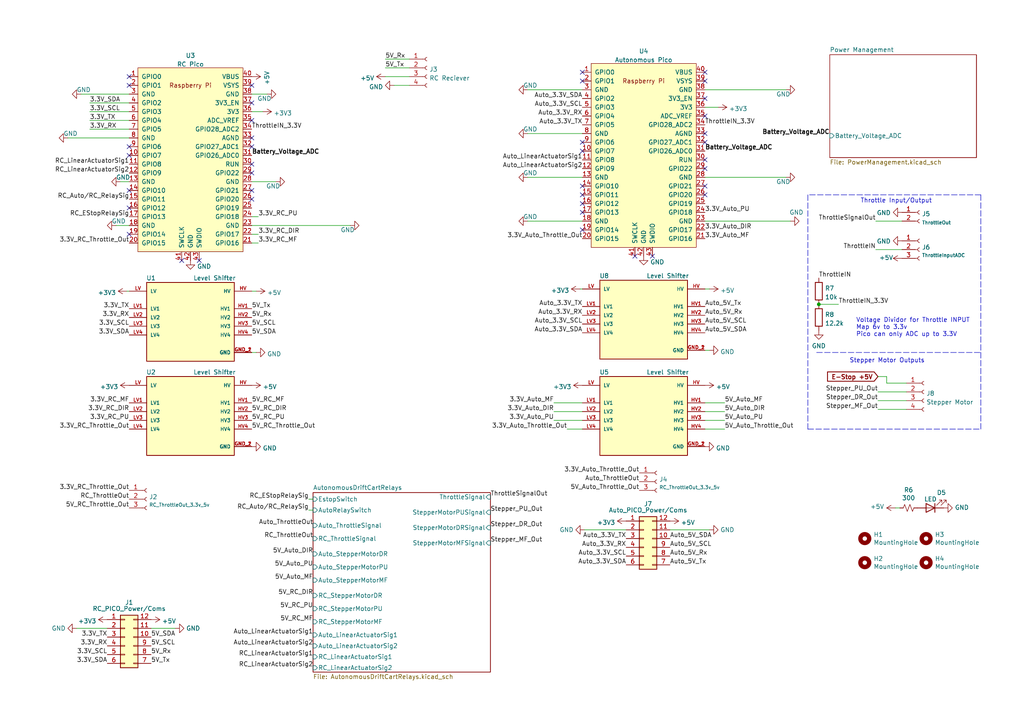
<source format=kicad_sch>
(kicad_sch (version 20211123) (generator eeschema)
  (paper "A4")
  (title_block (title "Dylanduino ATmega328P Linear Actuator Controller") (date "2022-05-30"))
  (lib_symbols
    (symbol "BOB-12009:BOB-12009" (pin_names (offset 1.016))
      (property "Reference" "U" (at -12.7 11.43 0))
      (property "Value" "BOB-12009" (at -12.7 -15.24 0))
      (symbol "BOB-12009_0_0"
        (rectangle (start -12.7 -12.7) (end 12.7 10.16) (stroke (width 0.254)) (fill (type background)))
        (pin power_in line (at 17.78 -10.16 180) (length 5.08) (name "GND") (number "GND_1"))
        (pin power_in line (at 17.78 -10.16 180) (length 5.08) (name "GND") (number "GND_2"))
        (pin bidirectional line (at 17.78 7.62 180) (length 5.08) (name "HV") (number "HV"))
        (pin bidirectional line (at 17.78 2.54 180) (length 5.08) (name "HV1") (number "HV1"))
        (pin bidirectional line (at 17.78 0 180) (length 5.08) (name "HV2") (number "HV2"))
        (pin bidirectional line (at 17.78 -2.54 180) (length 5.08) (name "HV3") (number "HV3"))
        (pin bidirectional line (at 17.78 -5.08 180) (length 5.08) (name "HV4") (number "HV4"))
        (pin bidirectional line (at -17.78 7.62 0) (length 5.08) (name "LV") (number "LV"))
        (pin bidirectional line (at -17.78 2.54 0) (length 5.08) (name "LV1") (number "LV1"))
        (pin bidirectional line (at -17.78 0 0) (length 5.08) (name "LV2") (number "LV2"))
        (pin bidirectional line (at -17.78 -2.54 0) (length 5.08) (name "LV3") (number "LV3"))
        (pin bidirectional line (at -17.78 -5.08 0) (length 5.08) (name "LV4") (number "LV4"))
      )
    )
    (symbol "Connector:Conn_01x02_Female" (pin_names (offset 1.016) hide)
      (property "Reference" "J" (at 0 2.54 0))
      (property "Value" "Conn_01x02_Female" (at 0 -5.08 0))
      (symbol "Conn_01x02_Female_1_1"
        (arc (start 0 -2.032) (mid -0.508 -2.54) (end 0 -3.048) (stroke (width 0.1524)))
        (polyline (pts (xy -1.27 -2.54) (xy -0.508 -2.54)) (stroke (width 0.1524)))
        (polyline (pts (xy -1.27 0) (xy -0.508 0)) (stroke (width 0.1524)))
        (arc (start 0 0.508) (mid -0.508 0) (end 0 -0.508) (stroke (width 0.1524)))
        (pin passive line (at -5.08 0 0) (length 3.81) (name "Pin_1") (number "1"))
        (pin passive line (at -5.08 -2.54 0) (length 3.81) (name "Pin_2") (number "2"))
      )
    )
    (symbol "Connector:Conn_01x03_Female" (pin_names (offset 1.016) hide)
      (property "Reference" "J" (at 0 5.08 0))
      (property "Value" "Conn_01x03_Female" (at 0 -5.08 0))
      (symbol "Conn_01x03_Female_1_1"
        (arc (start 0 -2.032) (mid -0.508 -2.54) (end 0 -3.048) (stroke (width 0.1524)))
        (polyline (pts (xy -1.27 -2.54) (xy -0.508 -2.54)) (stroke (width 0.1524)))
        (polyline (pts (xy -1.27 0) (xy -0.508 0)) (stroke (width 0.1524)))
        (polyline (pts (xy -1.27 2.54) (xy -0.508 2.54)) (stroke (width 0.1524)))
        (arc (start 0 0.508) (mid -0.508 0) (end 0 -0.508) (stroke (width 0.1524)))
        (arc (start 0 3.048) (mid -0.508 2.54) (end 0 2.032) (stroke (width 0.1524)))
        (pin passive line (at -5.08 2.54 0) (length 3.81) (name "Pin_1") (number "1"))
        (pin passive line (at -5.08 0 0) (length 3.81) (name "Pin_2") (number "2"))
        (pin passive line (at -5.08 -2.54 0) (length 3.81) (name "Pin_3") (number "3"))
      )
    )
    (symbol "Connector:Conn_01x04_Female" (pin_names (offset 1.016) hide)
      (property "Reference" "J" (at 0 5.08 0))
      (property "Value" "Conn_01x04_Female" (at 0 -7.62 0))
      (symbol "Conn_01x04_Female_1_1"
        (arc (start 0 -4.572) (mid -0.508 -5.08) (end 0 -5.588) (stroke (width 0.1524)))
        (arc (start 0 -2.032) (mid -0.508 -2.54) (end 0 -3.048) (stroke (width 0.1524)))
        (polyline (pts (xy -1.27 -5.08) (xy -0.508 -5.08)) (stroke (width 0.1524)))
        (polyline (pts (xy -1.27 -2.54) (xy -0.508 -2.54)) (stroke (width 0.1524)))
        (polyline (pts (xy -1.27 0) (xy -0.508 0)) (stroke (width 0.1524)))
        (polyline (pts (xy -1.27 2.54) (xy -0.508 2.54)) (stroke (width 0.1524)))
        (arc (start 0 0.508) (mid -0.508 0) (end 0 -0.508) (stroke (width 0.1524)))
        (arc (start 0 3.048) (mid -0.508 2.54) (end 0 2.032) (stroke (width 0.1524)))
        (pin passive line (at -5.08 2.54 0) (length 3.81) (name "Pin_1") (number "1"))
        (pin passive line (at -5.08 0 0) (length 3.81) (name "Pin_2") (number "2"))
        (pin passive line (at -5.08 -2.54 0) (length 3.81) (name "Pin_3") (number "3"))
        (pin passive line (at -5.08 -5.08 0) (length 3.81) (name "Pin_4") (number "4"))
      )
    )
    (symbol "Connector_Generic:Conn_02x06_Counter_Clockwise" (pin_names (offset 1.016) hide)
      (property "Reference" "J" (at 1.27 7.62 0))
      (property "Value" "Conn_02x06_Counter_Clockwise" (at 1.27 -10.16 0))
      (symbol "Conn_02x06_Counter_Clockwise_1_1"
        (rectangle (start -1.27 -7.493) (end 0 -7.747) (stroke (width 0.1524)))
        (rectangle (start -1.27 -4.953) (end 0 -5.207) (stroke (width 0.1524)))
        (rectangle (start -1.27 -2.413) (end 0 -2.667) (stroke (width 0.1524)))
        (rectangle (start -1.27 0.127) (end 0 -0.127) (stroke (width 0.1524)))
        (rectangle (start -1.27 2.667) (end 0 2.413) (stroke (width 0.1524)))
        (rectangle (start -1.27 5.207) (end 0 4.953) (stroke (width 0.1524)))
        (rectangle (start -1.27 6.35) (end 3.81 -8.89) (stroke (width 0.254)) (fill (type background)))
        (rectangle (start 3.81 -7.493) (end 2.54 -7.747) (stroke (width 0.1524)))
        (rectangle (start 3.81 -4.953) (end 2.54 -5.207) (stroke (width 0.1524)))
        (rectangle (start 3.81 -2.413) (end 2.54 -2.667) (stroke (width 0.1524)))
        (rectangle (start 3.81 0.127) (end 2.54 -0.127) (stroke (width 0.1524)))
        (rectangle (start 3.81 2.667) (end 2.54 2.413) (stroke (width 0.1524)))
        (rectangle (start 3.81 5.207) (end 2.54 4.953) (stroke (width 0.1524)))
        (pin passive line (at -5.08 5.08 0) (length 3.81) (name "Pin_1") (number "1"))
        (pin passive line (at 7.62 0 180) (length 3.81) (name "Pin_10") (number "10"))
        (pin passive line (at 7.62 2.54 180) (length 3.81) (name "Pin_11") (number "11"))
        (pin passive line (at 7.62 5.08 180) (length 3.81) (name "Pin_12") (number "12"))
        (pin passive line (at -5.08 2.54 0) (length 3.81) (name "Pin_2") (number "2"))
        (pin passive line (at -5.08 0 0) (length 3.81) (name "Pin_3") (number "3"))
        (pin passive line (at -5.08 -2.54 0) (length 3.81) (name "Pin_4") (number "4"))
        (pin passive line (at -5.08 -5.08 0) (length 3.81) (name "Pin_5") (number "5"))
        (pin passive line (at -5.08 -7.62 0) (length 3.81) (name "Pin_6") (number "6"))
        (pin passive line (at 7.62 -7.62 180) (length 3.81) (name "Pin_7") (number "7"))
        (pin passive line (at 7.62 -5.08 180) (length 3.81) (name "Pin_8") (number "8"))
        (pin passive line (at 7.62 -2.54 180) (length 3.81) (name "Pin_9") (number "9"))
      )
    )
    (symbol "Device:LED" (pin_numbers hide) (pin_names (offset 1.016) hide)
      (property "Reference" "D" (at 0 2.54 0))
      (property "Value" "LED" (at 0 -2.54 0))
      (symbol "LED_0_1"
        (polyline (pts (xy -1.27 -1.27) (xy -1.27 1.27)) (stroke (width 0.254)))
        (polyline (pts (xy -1.27 0) (xy 1.27 0)))
        (polyline (pts (xy 1.27 -1.27) (xy 1.27 1.27) (xy -1.27 0) (xy 1.27 -1.27)) (stroke (width 0.254)))
        (polyline (pts (xy -3.048 -0.762) (xy -4.572 -2.286) (xy -3.81 -2.286) (xy -4.572 -2.286) (xy -4.572 -1.524)))
        (polyline (pts (xy -1.778 -0.762) (xy -3.302 -2.286) (xy -2.54 -2.286) (xy -3.302 -2.286) (xy -3.302 -1.524)))
      )
      (symbol "LED_1_1"
        (pin passive line (at -3.81 0 0) (length 2.54) (name "K") (number "1"))
        (pin passive line (at 3.81 0 180) (length 2.54) (name "A") (number "2"))
      )
    )
    (symbol "Device:R" (pin_numbers hide) (pin_names (offset 0))
      (property "Reference" "R" (at 2.032 0 90))
      (property "Value" "R" (at 0 0 90))
      (symbol "R_0_1"
        (rectangle (start -1.016 -2.54) (end 1.016 2.54) (stroke (width 0.254)))
      )
      (symbol "R_1_1"
        (pin passive line (at 0 3.81 270) (length 1.27) (name "~") (number "1"))
        (pin passive line (at 0 -3.81 90) (length 1.27) (name "~") (number "2"))
      )
    )
    (symbol "Device:R_Small_US" (pin_numbers hide) (pin_names (offset 0.254) hide)
      (property "Reference" "R" (at 0.762 0.508 0))
      (property "Value" "R_Small_US" (at 0.762 -1.016 0))
      (symbol "R_Small_US_1_1"
        (polyline (pts (xy 0 0) (xy 1.016 -0.381) (xy 0 -0.762) (xy -1.016 -1.143) (xy 0 -1.524)))
        (polyline (pts (xy 0 1.524) (xy 1.016 1.143) (xy 0 0.762) (xy -1.016 0.381) (xy 0 0)))
        (pin passive line (at 0 2.54 270) (length 1.016) (name "~") (number "1"))
        (pin passive line (at 0 -2.54 90) (length 1.016) (name "~") (number "2"))
      )
    )
    (symbol "MCU_RaspberryPi_and_Boards:Pico" (pin_names (offset 1.016))
      (property "Reference" "U" (at -13.97 27.94 0))
      (property "Value" "Pico" (at 0 19.05 0))
      (symbol "Pico_0_0"
        (text "Raspberry Pi" (at 0 21.59 0) (effects (font (size 1.27 1.27))))
      )
      (symbol "Pico_0_1"
        (rectangle (start -15.24 26.67) (end 15.24 -26.67) (fill (type background)))
      )
      (symbol "Pico_1_1"
        (pin bidirectional line (at -17.78 24.13 0) (length 2.54) (name "GPIO0") (number "1"))
        (pin bidirectional line (at -17.78 1.27 0) (length 2.54) (name "GPIO7") (number "10"))
        (pin bidirectional line (at -17.78 -1.27 0) (length 2.54) (name "GPIO8") (number "11"))
        (pin bidirectional line (at -17.78 -3.81 0) (length 2.54) (name "GPIO9") (number "12"))
        (pin power_in line (at -17.78 -6.35 0) (length 2.54) (name "GND") (number "13"))
        (pin bidirectional line (at -17.78 -8.89 0) (length 2.54) (name "GPIO10") (number "14"))
        (pin bidirectional line (at -17.78 -11.43 0) (length 2.54) (name "GPIO11") (number "15"))
        (pin bidirectional line (at -17.78 -13.97 0) (length 2.54) (name "GPIO12") (number "16"))
        (pin bidirectional line (at -17.78 -16.51 0) (length 2.54) (name "GPIO13") (number "17"))
        (pin power_in line (at -17.78 -19.05 0) (length 2.54) (name "GND") (number "18"))
        (pin bidirectional line (at -17.78 -21.59 0) (length 2.54) (name "GPIO14") (number "19"))
        (pin bidirectional line (at -17.78 21.59 0) (length 2.54) (name "GPIO1") (number "2"))
        (pin bidirectional line (at -17.78 -24.13 0) (length 2.54) (name "GPIO15") (number "20"))
        (pin bidirectional line (at 17.78 -24.13 180) (length 2.54) (name "GPIO16") (number "21"))
        (pin bidirectional line (at 17.78 -21.59 180) (length 2.54) (name "GPIO17") (number "22"))
        (pin power_in line (at 17.78 -19.05 180) (length 2.54) (name "GND") (number "23"))
        (pin bidirectional line (at 17.78 -16.51 180) (length 2.54) (name "GPIO18") (number "24"))
        (pin bidirectional line (at 17.78 -13.97 180) (length 2.54) (name "GPIO19") (number "25"))
        (pin bidirectional line (at 17.78 -11.43 180) (length 2.54) (name "GPIO20") (number "26"))
        (pin bidirectional line (at 17.78 -8.89 180) (length 2.54) (name "GPIO21") (number "27"))
        (pin power_in line (at 17.78 -6.35 180) (length 2.54) (name "GND") (number "28"))
        (pin bidirectional line (at 17.78 -3.81 180) (length 2.54) (name "GPIO22") (number "29"))
        (pin power_in line (at -17.78 19.05 0) (length 2.54) (name "GND") (number "3"))
        (pin input line (at 17.78 -1.27 180) (length 2.54) (name "RUN") (number "30"))
        (pin bidirectional line (at 17.78 1.27 180) (length 2.54) (name "GPIO26_ADC0") (number "31"))
        (pin bidirectional line (at 17.78 3.81 180) (length 2.54) (name "GPIO27_ADC1") (number "32"))
        (pin power_in line (at 17.78 6.35 180) (length 2.54) (name "AGND") (number "33"))
        (pin bidirectional line (at 17.78 8.89 180) (length 2.54) (name "GPIO28_ADC2") (number "34"))
        (pin unspecified line (at 17.78 11.43 180) (length 2.54) (name "ADC_VREF") (number "35"))
        (pin unspecified line (at 17.78 13.97 180) (length 2.54) (name "3V3") (number "36"))
        (pin input line (at 17.78 16.51 180) (length 2.54) (name "3V3_EN") (number "37"))
        (pin bidirectional line (at 17.78 19.05 180) (length 2.54) (name "GND") (number "38"))
        (pin unspecified line (at 17.78 21.59 180) (length 2.54) (name "VSYS") (number "39"))
        (pin bidirectional line (at -17.78 16.51 0) (length 2.54) (name "GPIO2") (number "4"))
        (pin unspecified line (at 17.78 24.13 180) (length 2.54) (name "VBUS") (number "40"))
        (pin input line (at -2.54 -29.21 90) (length 2.54) (name "SWCLK") (number "41"))
        (pin power_in line (at 0 -29.21 90) (length 2.54) (name "GND") (number "42"))
        (pin bidirectional line (at 2.54 -29.21 90) (length 2.54) (name "SWDIO") (number "43"))
        (pin bidirectional line (at -17.78 13.97 0) (length 2.54) (name "GPIO3") (number "5"))
        (pin bidirectional line (at -17.78 11.43 0) (length 2.54) (name "GPIO4") (number "6"))
        (pin bidirectional line (at -17.78 8.89 0) (length 2.54) (name "GPIO5") (number "7"))
        (pin power_in line (at -17.78 6.35 0) (length 2.54) (name "GND") (number "8"))
        (pin bidirectional line (at -17.78 3.81 0) (length 2.54) (name "GPIO6") (number "9"))
      )
    )
    (symbol "Mechanical:MountingHole" (pin_names (offset 1.016))
      (property "Reference" "H" (at 0 5.08 0))
      (property "Value" "MountingHole" (at 0 3.175 0))
      (symbol "MountingHole_0_1"
        (circle (center 0 0) (radius 1.27) (stroke (width 1.27)))
      )
    )
    (symbol "power:+3.3V" (power) (pin_names (offset 0))
      (property "Value" "+3.3V" (at 0 3.556 0))
      (symbol "+3.3V_0_1"
        (polyline (pts (xy -0.762 1.27) (xy 0 2.54)))
        (polyline (pts (xy 0 0) (xy 0 2.54)))
        (polyline (pts (xy 0 2.54) (xy 0.762 1.27)))
      )
      (symbol "+3.3V_1_1"
        (pin power_in line (at 0 0 90) (length 0) hide (name "+3V3") (number "1"))
      )
    )
    (symbol "power:+5V" (power) (pin_names (offset 0))
      (property "Value" "+5V" (at 0 3.556 0))
      (symbol "+5V_0_1"
        (polyline (pts (xy -0.762 1.27) (xy 0 2.54)))
        (polyline (pts (xy 0 0) (xy 0 2.54)))
        (polyline (pts (xy 0 2.54) (xy 0.762 1.27)))
      )
      (symbol "+5V_1_1"
        (pin power_in line (at 0 0 90) (length 0) hide (name "+5V") (number "1"))
      )
    )
    (symbol "power:GND" (power) (pin_names (offset 0))
      (property "Value" "GND" (at 0 -3.81 0))
      (symbol "GND_0_1"
        (polyline (pts (xy 0 0) (xy 0 -1.27) (xy 1.27 -1.27) (xy 0 -2.54) (xy -1.27 -1.27) (xy 0 -1.27)))
      )
      (symbol "GND_1_1"
        (pin power_in line (at 0 0 270) (length 0) hide (name "GND") (number "1"))
      )
    )
  )
  (junction (at 237.49 88.265))
  (no_connect (at 168.91 41.275))
  (no_connect (at 168.91 43.815))
  (no_connect (at 37.465 42.545))
  (no_connect (at 168.91 53.975))
  (no_connect (at 168.91 56.515))
  (no_connect (at 168.91 59.055))
  (no_connect (at 168.91 61.595))
  (no_connect (at 168.91 66.675))
  (no_connect (at 184.15 74.295))
  (no_connect (at 189.23 74.295))
  (no_connect (at 204.47 28.575))
  (no_connect (at 204.47 33.655))
  (no_connect (at 168.91 20.955))
  (no_connect (at 168.91 23.495))
  (no_connect (at 204.47 20.955))
  (no_connect (at 204.47 23.495))
  (no_connect (at 204.47 46.355))
  (no_connect (at 204.47 48.895))
  (no_connect (at 204.47 53.975))
  (no_connect (at 204.47 56.515))
  (no_connect (at 204.47 38.735))
  (no_connect (at 204.47 41.275))
  (no_connect (at 37.465 67.945))
  (no_connect (at 52.705 75.565))
  (no_connect (at 57.785 75.565))
  (no_connect (at 37.465 45.085))
  (no_connect (at 37.465 22.225))
  (no_connect (at 37.465 24.765))
  (no_connect (at 37.465 55.245))
  (no_connect (at 37.465 60.325))
  (no_connect (at 73.025 55.245))
  (no_connect (at 73.025 57.785))
  (no_connect (at 73.025 50.165))
  (no_connect (at 73.025 47.625))
  (no_connect (at 73.025 29.845))
  (no_connect (at 73.025 24.765))
  (no_connect (at 73.025 34.925))
  (no_connect (at 73.025 40.005))
  (no_connect (at 73.025 42.545))
  (wire (pts (xy 73.025 52.705) (xy 80.01 52.705)))
  (wire (pts (xy 204.47 64.135) (xy 229.235 64.135)))
  (wire (pts (xy 164.465 124.46) (xy 168.91 124.46)))
  (wire (pts (xy 33.655 65.405) (xy 37.465 65.405)))
  (polyline (pts (xy 284.48 56.515) (xy 234.315 56.515)))
  (wire (pts (xy 153.035 26.035) (xy 168.91 26.035)))
  (wire (pts (xy 19.685 40.005) (xy 37.465 40.005)))
  (wire (pts (xy 204.47 31.115) (xy 208.28 31.115)))
  (wire (pts (xy 204.47 124.46) (xy 210.185 124.46)))
  (wire (pts (xy 23.495 27.305) (xy 37.465 27.305)))
  (wire (pts (xy 73.025 67.945) (xy 74.93 67.945)))
  (wire (pts (xy 259.715 147.32) (xy 260.985 147.32)))
  (wire (pts (xy 262.89 111.125) (xy 257.175 111.125)))
  (wire (pts (xy 160.655 116.84) (xy 168.91 116.84)))
  (polyline (pts (xy 234.315 124.46) (xy 284.48 124.46)))
  (wire (pts (xy 73.025 70.485) (xy 74.93 70.485)))
  (wire (pts (xy 257.175 111.125) (xy 257.175 109.22)))
  (wire (pts (xy 111.76 17.145) (xy 118.745 17.145)))
  (wire (pts (xy 205.74 153.67) (xy 194.31 153.67)))
  (wire (pts (xy 36.83 84.455) (xy 37.465 84.455)))
  (wire (pts (xy 26.035 29.845) (xy 37.465 29.845)))
  (wire (pts (xy 73.025 27.305) (xy 77.47 27.305)))
  (wire (pts (xy 204.47 101.6) (xy 205.74 101.6)))
  (wire (pts (xy 204.47 116.84) (xy 210.185 116.84)))
  (wire (pts (xy 22.225 182.245) (xy 31.115 182.245)))
  (wire (pts (xy 153.035 64.135) (xy 168.91 64.135)))
  (wire (pts (xy 257.175 109.22) (xy 254.635 109.22)))
  (wire (pts (xy 160.655 121.92) (xy 168.91 121.92)))
  (polyline (pts (xy 236.855 102.235) (xy 284.48 102.235)))
  (wire (pts (xy 254 64.135) (xy 261.62 64.135)))
  (wire (pts (xy 111.76 19.685) (xy 118.745 19.685)))
  (wire (pts (xy 111.76 22.225) (xy 118.745 22.225)))
  (wire (pts (xy 204.47 51.435) (xy 227.965 51.435)))
  (wire (pts (xy 254.635 116.205) (xy 262.89 116.205)))
  (wire (pts (xy 254.635 118.745) (xy 262.89 118.745)))
  (wire (pts (xy 114.3 24.765) (xy 118.745 24.765)))
  (wire (pts (xy 26.035 32.385) (xy 37.465 32.385)))
  (wire (pts (xy 34.925 52.705) (xy 37.465 52.705)))
  (wire (pts (xy 204.47 83.82) (xy 205.74 83.82)))
  (wire (pts (xy 204.47 121.92) (xy 210.185 121.92)))
  (wire (pts (xy 50.8 182.245) (xy 43.815 182.245)))
  (wire (pts (xy 237.49 88.265) (xy 243.205 88.265)))
  (wire (pts (xy 89.535 144.78) (xy 90.805 144.78)))
  (wire (pts (xy 26.035 34.925) (xy 37.465 34.925)))
  (wire (pts (xy 153.035 51.435) (xy 168.91 51.435)))
  (polyline (pts (xy 234.315 56.515) (xy 234.315 124.46)))
  (wire (pts (xy 160.655 119.38) (xy 168.91 119.38)))
  (wire (pts (xy 73.025 84.455) (xy 74.295 84.455)))
  (wire (pts (xy 153.035 38.735) (xy 168.91 38.735)))
  (wire (pts (xy 254 72.39) (xy 261.62 72.39)))
  (wire (pts (xy 204.47 119.38) (xy 210.185 119.38)))
  (wire (pts (xy 89.535 147.955) (xy 90.805 147.955)))
  (wire (pts (xy 73.025 65.405) (xy 101.6 65.405)))
  (wire (pts (xy 169.545 153.67) (xy 181.61 153.67)))
  (wire (pts (xy 73.025 32.385) (xy 76.2 32.385)))
  (wire (pts (xy 26.035 37.465) (xy 37.465 37.465)))
  (wire (pts (xy 168.275 83.82) (xy 168.91 83.82)))
  (wire (pts (xy 254.635 113.665) (xy 262.89 113.665)))
  (wire (pts (xy 73.025 62.865) (xy 74.93 62.865)))
  (polyline (pts (xy 284.48 124.46) (xy 284.48 56.515)))
  (wire (pts (xy 73.025 102.235) (xy 74.295 102.235)))
  (wire (pts (xy 204.47 26.035) (xy 227.965 26.035)))
  (text "Need To add XT 60 for \n	- Xavier\n	- Router\n	" (at 302.895 11.43 0) (effects (font (size 1.27 1.27)) (justify left bottom)))
  (text "Add Voltage Dividor Circuit to read battery Voltage." (at 299.72 73.66 0) (effects (font (size 1.27 1.27)) (justify left bottom)))
  (text "Need to figure out best way to wire up Physical E-Stop Button,\nwhat type of connector to the board?" (at 299.72 31.75 0) (effects (font (size 1.27 1.27)) (justify left bottom)))
  (text "Throttle Input/Output" (at 249.555 59.055 0) (effects (font (size 1.27 1.27)) (justify left bottom)))
  (text "What type of connector\nshould the water pump\nplug into the board as?" (at 299.72 59.055 0) (effects (font (size 1.27 1.27)) (justify left bottom)))
  (text "Need To Add place to hook up encoders \nfor drift stick and steering angle\n\nAdd throttle pins:\n	- Throttle (PWM SIG)\n	- REF GND\n\nRead Throttle:\n	- ADC pin \n	- GND\n	- Maybe 5V?" (at -69.215 133.985 0) (effects (font (size 2 2)) (justify left bottom)))
  (text "Stepper Motor Outputs" (at 246.38 105.41 0) (effects (font (size 1.27 1.27)) (justify left bottom)))
  (text "Add 5V Reg after E-Stop Switch\nNeed to power Servos from there \nso it will be E-Stopped and not \nalways powered." (at 299.72 86.36 0) (effects (font (size 1.27 1.27)) (justify left bottom)))
  (text "Voltage Dividor for Throttle INPUT\nMap 6v to 3.3v\nPico can only ADC up to 3.3V" (at 248.285 97.79 0) (effects (font (size 1.27 1.27)) (justify left bottom)))
  (label "5V_Auto_Throttle_Out" (at 185.42 142.24 180))
  (label "3.3V_TX" (at 26.035 34.925 0))
  (label "3.3V_Auto_Throttle_Out" (at 168.91 69.215 180))
  (label "Auto_3.3V_SCL" (at 168.91 93.98 180))
  (label "Auto_3.3V_RX" (at 168.91 33.655 180))
  (label "5V_SDA" (at 43.815 184.785 0))
  (label "RC_ThrottleOut" (at 37.465 144.78 180))
  (label "Auto_3.3V_RX" (at 168.91 91.44 180))
  (label "3.3V_RC_MF" (at 37.465 116.84 180))
  (label "3.3V_SDA" (at 26.035 29.845 0))
  (label "5V_Auto_Throttle_Out" (at 210.185 124.46 0))
  (label "RC_LinearActuatorSig2" (at 37.465 50.165 180))
  (label "3.3V_RX" (at 37.465 92.075 180))
  (label "3.3V_Auto_MF" (at 204.47 69.215 0))
  (label "3.3V_RX" (at 26.035 37.465 0))
  (label "RC_LinearActuatorSig1" (at 90.805 190.5 180))
  (label "ThrottleSignalOut" (at 142.24 144.145 0))
  (label "Auto_3.3V_RX" (at 181.61 158.75 180))
  (label "Auto_3.3V_TX" (at 168.91 88.9 180))
  (label "3.3V_RC_DIR" (at 37.465 119.38 180))
  (label "5V_Auto_MF" (at 210.185 116.84 0))
  (label "5V_RC_MF" (at 90.805 180.34 180))
  (label "3.3V_SCL" (at 26.035 32.385 0))
  (label "3.3V_RC_Throttle_Out" (at 37.465 142.24 180))
  (label "ThrottleIN" (at 254 72.39 180))
  (label "5V_RC_Throttle_Out" (at 37.465 147.32 180))
  (label "5V_Tx" (at 43.815 192.405 0))
  (label "Auto_3.3V_SDA" (at 181.61 163.83 180))
  (label "Battery_Voltage_ADC" (at 73.025 45.085 0) (effects (font bold)))
  (label "Stepper_DR_Out" (at 254.635 116.205 180))
  (label "3.3V_Auto_Throttle_Out" (at 185.42 137.16 180))
  (label "3.3V_Auto_PU" (at 160.655 121.92 180))
  (label "3.3V_Auto_PU" (at 204.47 61.595 0))
  (label "5V_SCL" (at 73.025 94.615 0))
  (label "Battery_Voltage_ADC" (at 204.47 43.815 0) (effects (font bold)))
  (label "5V_Rx" (at 73.025 92.075 0))
  (label "5V_SDA" (at 73.025 97.155 0))
  (label "Auto_5V_SDA" (at 204.47 96.52 0))
  (label "5V_SCL" (at 43.815 187.325 0))
  (label "Auto_5V_SCL" (at 194.31 158.75 0))
  (label "ThrottleIN_3.3V" (at 243.205 88.265 0))
  (label "3.3V_TX" (at 31.115 184.785 180))
  (label "3.3V_RC_Throttle_Out" (at 37.465 70.485 180))
  (label "5V_Auto_PU" (at 210.185 121.92 0))
  (label "Stepper_PU_Out" (at 142.24 148.59 0))
  (label "Auto_3.3V_SDA" (at 168.91 28.575 180))
  (label "5V_RC_PU" (at 90.805 176.53 180))
  (label "RC_EStopRelaySig" (at 89.535 144.78 180))
  (label "ThrottleIN_3.3V" (at 73.025 37.465 0))
  (label "RC_Auto{slash}RC_RelaySig" (at 89.535 147.955 180))
  (label "3.3V_TX" (at 37.465 89.535 180))
  (label "Auto_5V_Rx" (at 194.31 161.29 0))
  (label "3.3V_Auto_DIR" (at 204.47 66.675 0))
  (label "3.3V_SDA" (at 31.115 192.405 180))
  (label "5V_RC_Throttle_Out" (at 73.025 124.46 0))
  (label "3.3V_Auto_MF" (at 160.655 116.84 180))
  (label "5V_RC_DIR" (at 90.805 172.72 180))
  (label "5V_Tx" (at 73.025 89.535 0))
  (label "Auto_5V_SCL" (at 204.47 93.98 0))
  (label "Stepper_DR_Out" (at 142.24 153.035 0))
  (label "Auto_3.3V_TX" (at 168.91 36.195 180))
  (label "Auto_LinearActuatorSig2" (at 168.91 48.895 180))
  (label "RC_LinearActuatorSig1" (at 37.465 47.625 180))
  (label "5V_RC_DIR" (at 73.025 119.38 0))
  (label "RC_ThrottleOut" (at 90.805 156.21 180))
  (label "5V_Auto_PU" (at 90.805 164.465 180))
  (label "RC_EStopRelaySig" (at 37.465 62.865 180))
  (label "Auto_LinearActuatorSig1" (at 168.91 46.355 180))
  (label "Auto_5V_Tx" (at 194.31 163.83 0))
  (label "Auto_5V_SDA" (at 194.31 156.21 0))
  (label "Auto_3.3V_SCL" (at 168.91 31.115 180))
  (label "Auto_5V_Tx" (at 204.47 88.9 0))
  (label "3.3V_RC_DIR" (at 74.93 67.945 0))
  (label "RC_LinearActuatorSig2" (at 90.805 193.675 180))
  (label "ThrottleIN_3.3V" (at 204.47 36.195 0))
  (label "5V_Rx" (at 111.76 17.145 0))
  (label "5V_RC_PU" (at 73.025 121.92 0))
  (label "Auto_LinearActuatorSig1" (at 90.805 184.15 180))
  (label "5V_Rx" (at 43.815 189.865 0))
  (label "3.3V_RC_PU" (at 37.465 121.92 180))
  (label "3.3V_SCL" (at 37.465 94.615 180))
  (label "5V_Tx" (at 111.76 19.685 0))
  (label "Auto_3.3V_SCL" (at 181.61 161.29 180))
  (label "Auto_3.3V_SDA" (at 168.91 96.52 180))
  (label "3.3V_RC_Throttle_Out" (at 37.465 124.46 180))
  (label "ThrottleIN" (at 237.49 80.645 0))
  (label "3.3V_Auto_Throttle_Out" (at 164.465 124.46 180))
  (label "RC_Auto{slash}RC_RelaySig" (at 37.465 57.785 180))
  (label "5V_Auto_DIR" (at 210.185 119.38 0))
  (label "5V_Auto_MF" (at 90.805 168.275 180))
  (label "Auto_3.3V_TX" (at 181.61 156.21 180))
  (label "5V_Auto_DIR" (at 90.805 160.655 180))
  (label "3.3V_SCL" (at 31.115 189.865 180))
  (label "Stepper_MF_Out" (at 254.635 118.745 180))
  (label "3.3V_SDA" (at 37.465 97.155 180))
  (label "3.3V_RC_PU" (at 74.93 62.865 0))
  (label "Auto_ThrottleOut" (at 90.805 152.4 180))
  (label "ThrottleSignalOut" (at 254 64.135 180))
  (label "3.3V_RC_MF" (at 74.93 70.485 0))
  (label "Stepper_PU_Out" (at 254.635 113.665 180))
  (label "Auto_LinearActuatorSig2" (at 90.805 187.325 180))
  (label "Battery_Voltage_ADC" (at 240.665 39.37 180) (effects (font bold)))
  (label "3.3V_RX" (at 31.115 187.325 180))
  (label "Auto_ThrottleOut" (at 185.42 139.7 180))
  (label "3.3V_Auto_DIR" (at 160.655 119.38 180))
  (label "Stepper_MF_Out" (at 142.24 157.48 0))
  (label "5V_RC_MF" (at 73.025 116.84 0))
  (label "Auto_5V_Rx" (at 204.47 91.44 0))
  (global_label "E-Stop +5V" (shape input) (at 254.635 109.22 180) (effects (font bold)) (property "Intersheet References" "${INTERSHEET_REFS}" (effects hide)))
  (symbol (lib_id "power:GND") (at 273.685 147.32 90) (unit 1)
    (property "Reference" "#PWR0122" (effects hide))
    (property "Value" "GND" (at 276.9362 147.193 90) (effects (justify right)))
  )
  (symbol (lib_id "Device:R_Small_US") (at 263.525 147.32 270) (unit 1)
    (property "Reference" "R6" (at 263.525 142.113 90))
    (property "Value" "300" (at 263.525 144.4244 90))
    (property "Footprint" "Resistor_SMD:R_0805_2012Metric_Pad1.20x1.40mm_HandSolder" (effects hide))
  )
  (symbol (lib_id "Device:LED") (at 269.875 147.32 180) (unit 1)
    (property "Reference" "D5" (at 273.05 142.875 0))
    (property "Value" "LED" (at 269.875 144.78 0))
    (property "Footprint" "LED_SMD:LED_0402_1005Metric_Pad0.77x0.64mm_HandSolder" (effects hide))
  )
  (symbol (lib_id "power:+5V") (at 259.715 147.32 90) (unit 1)
    (property "Reference" "#PWR0123" (effects hide))
    (property "Value" "+5V" (at 256.4638 146.939 90) (effects (justify left)))
  )
  (symbol (lib_id "Mechanical:MountingHole") (at 250.825 156.21 0) (unit 1)
    (property "Reference" "H1" (at 253.365 155.0416 0) (effects (justify left)))
    (property "Value" "MountingHole" (at 253.365 157.353 0) (effects (justify left)))
    (property "Footprint" "MountingHole:MountingHole_5.3mm_M5" (effects hide))
  )
  (symbol (lib_id "Mechanical:MountingHole") (at 250.825 163.195 0) (unit 1)
    (property "Reference" "H2" (at 253.365 162.0266 0) (effects (justify left)))
    (property "Value" "MountingHole" (at 253.365 164.338 0) (effects (justify left)))
    (property "Footprint" "MountingHole:MountingHole_5.3mm_M5" (effects hide))
  )
  (symbol (lib_id "Mechanical:MountingHole") (at 268.605 163.195 0) (unit 1)
    (property "Reference" "H4" (at 271.145 162.0266 0) (effects (justify left)))
    (property "Value" "MountingHole" (at 271.145 164.338 0) (effects (justify left)))
    (property "Footprint" "MountingHole:MountingHole_5.3mm_M5" (effects hide))
  )
  (symbol (lib_id "Mechanical:MountingHole") (at 268.605 156.21 0) (unit 1)
    (property "Reference" "H3" (at 271.145 155.0416 0) (effects (justify left)))
    (property "Value" "MountingHole" (at 271.145 157.353 0) (effects (justify left)))
    (property "Footprint" "MountingHole:MountingHole_5.3mm_M5" (effects hide))
  )
  (symbol (lib_id "power:GND") (at 73.025 129.54 90) (unit 1)
    (property "Reference" "#PWR0120" (effects hide))
    (property "Value" "GND" (at 76.2 129.9738 90) (effects (justify right)))
  )
  (symbol (lib_id "Connector_Generic:Conn_02x06_Counter_Clockwise") (at 36.195 184.785 0) (unit 1)
    (property "Reference" "J1" (at 37.465 174.7352 0))
    (property "Value" "RC_PICO_Power/Coms" (at 37.465 176.53 0))
    (property "Footprint" "Connector_PinSocket_2.54mm:PinSocket_2x06_P2.54mm_Vertical" (effects hide))
  )
  (symbol (lib_id "power:GND") (at 229.235 64.135 90) (unit 1)
    (property "Reference" "#PWR0133" (effects hide))
    (property "Value" "GND" (at 233.045 61.595 90) (effects (justify left)))
  )
  (symbol (lib_id "power:+3.3V") (at 168.91 111.76 90) (unit 1)
    (property "Reference" "#PWR0105" (effects hide))
    (property "Value" "+3.3V" (at 165.735 112.1938 90) (effects (justify left)))
  )
  (symbol (lib_id "power:+3.3V") (at 76.2 32.385 270) (unit 1)
    (property "Reference" "#PWR0117" (effects hide))
    (property "Value" "+3.3V" (at 79.375 32.8188 90) (effects (justify left)))
  )
  (symbol (lib_id "power:+5V") (at 194.31 151.13 270) (unit 1)
    (property "Reference" "#PWR0110" (effects hide))
    (property "Value" "+5V" (at 197.485 151.5638 90) (effects (justify left)))
  )
  (symbol (lib_id "power:GND") (at 186.69 74.295 0) (unit 1)
    (property "Reference" "#PWR0128" (effects hide))
    (property "Value" "GND" (at 188.595 75.9988 0) (effects (justify left)))
  )
  (symbol (lib_id "Device:R") (at 237.49 84.455 0) (unit 1)
    (property "Reference" "R7" (at 239.268 83.6203 0) (effects (justify left)))
    (property "Value" "10k" (at 239.268 86.1572 0) (effects (justify left)))
    (property "Footprint" "Resistor_SMD:R_0805_2012Metric_Pad1.20x1.40mm_HandSolder" (effects hide))
  )
  (symbol (lib_id "power:GND") (at 114.3 24.765 270) (unit 1)
    (property "Reference" "#PWR0119" (effects hide))
    (property "Value" "GND" (at 111.1251 25.1988 90) (effects (justify right)))
  )
  (symbol (lib_id "power:GND") (at 169.545 153.67 270) (unit 1)
    (property "Reference" "#PWR0180" (effects hide))
    (property "Value" "GND" (at 166.37 153.67 90) (effects (justify right)))
  )
  (symbol (lib_id "power:GND") (at 74.295 102.235 90) (unit 1)
    (property "Reference" "#PWR0101" (effects hide))
    (property "Value" "GND" (at 77.47 102.6688 90) (effects (justify right)))
  )
  (symbol (lib_id "power:GND") (at 227.965 26.035 90) (unit 1)
    (property "Reference" "#PWR0179" (effects hide))
    (property "Value" "GND" (at 229.235 27.305 90) (effects (justify left)))
  )
  (symbol (lib_id "power:GND") (at 261.62 69.85 270) (unit 1)
    (property "Reference" "#PWR0107" (effects hide))
    (property "Value" "GND" (at 258.3688 69.977 90) (effects (justify right)))
  )
  (symbol (lib_id "power:+3.3V") (at 36.83 84.455 90) (unit 1)
    (property "Reference" "#PWR0102" (effects hide))
    (property "Value" "+3.3V" (at 33.655 84.8888 90) (effects (justify left)))
  )
  (symbol (lib_id "power:+5V") (at 73.025 22.225 270) (unit 1)
    (property "Reference" "#PWR0118" (effects hide))
    (property "Value" "+5V" (at 77.4192 22.606 0))
  )
  (symbol (lib_id "power:GND") (at 34.925 52.705 270) (unit 1)
    (property "Reference" "#PWR0194" (effects hide))
    (property "Value" "GND" (at 33.655 51.435 90) (effects (justify left)))
  )
  (symbol (lib_id "power:GND") (at 80.01 52.705 90) (unit 1)
    (property "Reference" "#PWR0191" (effects hide))
    (property "Value" "GND" (at 81.28 53.975 90) (effects (justify left)))
  )
  (symbol (lib_id "Connector:Conn_01x04_Female") (at 267.97 113.665 0) (unit 1)
    (property "Reference" "J8" (at 268.6812 114.1003 0) (effects (justify left)))
    (property "Value" "Stepper Motor" (at 268.6812 116.6372 0) (effects (justify left)))
    (property "Footprint" "Connector_PinHeader_2.54mm:PinHeader_1x04_P2.54mm_Vertical" (effects hide))
  )
  (symbol (lib_id "power:+3.3V") (at 181.61 151.13 90) (unit 1)
    (property "Reference" "#PWR0127" (effects hide))
    (property "Value" "+3.3V" (at 178.435 151.5638 90) (effects (justify left)))
  )
  (symbol (lib_id "power:+5V") (at 73.025 111.76 270) (unit 1)
    (property "Reference" "#PWR0121" (effects hide))
    (property "Value" "+5V" (at 76.2 112.1938 90) (effects (justify left)))
  )
  (symbol (lib_id "MCU_RaspberryPi_and_Boards:Pico") (at 186.69 45.085 0) (unit 1)
    (property "Reference" "U4" (at 186.69 14.8422 0))
    (property "Value" "Autonomous Pico" (at 186.69 17.3791 0))
    (property "Footprint" "dylan:RPi_Pico_SMD_TH" (effects hide))
  )
  (symbol (lib_id "power:+3.3V") (at 208.28 31.115 270) (unit 1)
    (property "Reference" "#PWR0189" (effects hide))
    (property "Value" "+3.3V" (at 211.455 31.5488 90) (effects (justify left)))
  )
  (symbol (lib_id "power:GND") (at 153.035 38.735 270) (unit 1)
    (property "Reference" "#PWR0103" (effects hide))
    (property "Value" "GND" (at 151.765 37.465 90) (effects (justify left)))
  )
  (symbol (lib_id "power:GND") (at 22.225 182.245 270) (unit 1)
    (property "Reference" "#PWR0187" (effects hide))
    (property "Value" "GND" (at 19.05 182.245 90) (effects (justify right)))
  )
  (symbol (lib_id "power:GND") (at 101.6 65.405 90) (unit 1)
    (property "Reference" "#PWR0190" (effects hide))
    (property "Value" "GND" (at 102.87 66.675 90) (effects (justify left)))
  )
  (symbol (lib_id "power:GND") (at 19.685 40.005 270) (unit 1)
    (property "Reference" "#PWR0193" (effects hide))
    (property "Value" "GND" (at 18.415 38.735 90) (effects (justify left)))
  )
  (symbol (lib_id "power:+3.3V") (at 168.275 83.82 90) (unit 1)
    (property "Reference" "#PWR0182" (effects hide))
    (property "Value" "+3.3V" (at 165.1 84.2538 90) (effects (justify left)))
  )
  (symbol (lib_id "power:GND") (at 261.62 61.595 270) (unit 1)
    (property "Reference" "#PWR0112" (effects hide))
    (property "Value" "GND" (at 258.3688 61.722 90) (effects (justify right)))
  )
  (symbol (lib_id "power:GND") (at 55.245 75.565 0) (unit 1)
    (property "Reference" "#PWR0115" (effects hide))
    (property "Value" "GND" (at 57.15 77.2688 0) (effects (justify left)))
  )
  (symbol (lib_id "power:GND") (at 227.965 51.435 90) (unit 1)
    (property "Reference" "#PWR0178" (effects hide))
    (property "Value" "GND" (at 229.235 52.705 90) (effects (justify left)))
  )
  (symbol (lib_id "power:+5V") (at 43.815 179.705 270) (unit 1)
    (property "Reference" "#PWR0186" (effects hide))
    (property "Value" "+5V" (at 46.99 180.1388 90) (effects (justify left)))
  )
  (symbol (lib_id "power:GND") (at 204.47 129.54 90) (unit 1)
    (property "Reference" "#PWR0113" (effects hide))
    (property "Value" "GND" (at 207.645 129.9738 90) (effects (justify right)))
  )
  (symbol (lib_id "power:GND") (at 77.47 27.305 90) (unit 1)
    (property "Reference" "#PWR0192" (effects hide))
    (property "Value" "GND" (at 78.74 28.575 90) (effects (justify left)))
  )
  (symbol (lib_id "power:+5V") (at 205.74 83.82 270) (unit 1)
    (property "Reference" "#PWR0134" (effects hide))
    (property "Value" "+5V" (at 208.915 84.2538 90) (effects (justify left)))
  )
  (symbol (lib_id "power:GND") (at 153.035 64.135 270) (unit 1)
    (property "Reference" "#PWR0181" (effects hide))
    (property "Value" "GND" (at 151.765 62.865 90) (effects (justify left)))
  )
  (symbol (lib_id "BOB-12009:BOB-12009") (at 186.69 119.38 0) (unit 1)
    (property "Reference" "U5" (at 175.26 107.95 0))
    (property "Value" "Level Shifter" (at 193.675 107.95 0))
    (property "Footprint" "dylan:CONV_BOB-12009" (effects hide))
    (property "MF" "SparkFun" (effects hide))
    (property "MAXIMUM_PACKAGE_HEIGHT" "N/A" (effects hide))
    (property "Package" "None" (effects hide))
    (property "Price" "None" (effects hide))
    (property "Check_prices" "https://www.snapeda.com/parts/BOB-12009/SparkFun+Electronics/view-part/?ref=eda" (effects hide))
    (property "STANDARD" "Manufacturer Recommendations" (effects hide))
    (property "PARTREV" "01" (effects hide))
    (property "SnapEDA_Link" "https://www.snapeda.com/parts/BOB-12009/SparkFun+Electronics/view-part/?ref=snap" (effects hide))
    (property "MP" "BOB-12009" (effects hide))
    (property "Purchase-URL" "https://www.snapeda.com/api/url_track_click_mouser/?unipart_id=551764&manufacturer=SparkFun&part_name=BOB-12009&search_term=bob-12009" (effects hide))
    (property "Description" "\nBSS138 Logic-Level Translator Interface Evaluation Board\n" (effects hide))
    (property "Availability" "In Stock" (effects hide))
    (property "MANUFACTURER" "SparkFun Electronics" (effects hide))
  )
  (symbol (lib_id "power:GND") (at 33.655 65.405 270) (unit 1)
    (property "Reference" "#PWR0195" (effects hide))
    (property "Value" "GND" (at 32.385 64.135 90) (effects (justify left)))
  )
  (symbol (lib_id "power:+5V") (at 111.76 22.225 90) (unit 1)
    (property "Reference" "#PWR0126" (effects hide))
    (property "Value" "+5V" (at 108.5851 22.6588 90) (effects (justify left)))
  )
  (symbol (lib_id "power:+3.3V") (at 37.465 111.76 90) (unit 1)
    (property "Reference" "#PWR0114" (effects hide))
    (property "Value" "+3.3V" (at 34.29 112.1938 90) (effects (justify left)))
  )
  (symbol (lib_id "Connector:Conn_01x03_Female") (at 190.5 139.7 0) (unit 1)
    (property "Reference" "J4" (at 191.2112 139.0396 0) (effects (justify left)))
    (property "Value" "RC_ThrottleOut_3.3v_5v" (at 191.2112 141.351 0) (effects (font (size 1 1)) (justify left)))
    (property "Footprint" "Connector_PinHeader_2.54mm:PinHeader_1x03_P2.54mm_Vertical" (effects hide))
  )
  (symbol (lib_id "power:GND") (at 23.495 27.305 270) (unit 1)
    (property "Reference" "#PWR0116" (effects hide))
    (property "Value" "GND" (at 22.225 26.035 90) (effects (justify left)))
  )
  (symbol (lib_id "power:GND") (at 237.49 95.885 0) (unit 1)
    (property "Reference" "#PWR0111" (effects hide))
    (property "Value" "GND" (at 237.49 100.3284 0))
  )
  (symbol (lib_id "power:+5V") (at 74.295 84.455 270) (unit 1)
    (property "Reference" "#PWR0106" (effects hide))
    (property "Value" "+5V" (at 77.47 84.8888 90) (effects (justify left)))
  )
  (symbol (lib_id "BOB-12009:BOB-12009") (at 55.245 119.38 0) (unit 1)
    (property "Reference" "U2" (at 43.815 107.95 0))
    (property "Value" "Level Shifter" (at 62.23 107.95 0))
    (property "Footprint" "dylan:CONV_BOB-12009" (effects hide))
    (property "MF" "SparkFun" (effects hide))
    (property "MAXIMUM_PACKAGE_HEIGHT" "N/A" (effects hide))
    (property "Package" "None" (effects hide))
    (property "Price" "None" (effects hide))
    (property "Check_prices" "https://www.snapeda.com/parts/BOB-12009/SparkFun+Electronics/view-part/?ref=eda" (effects hide))
    (property "STANDARD" "Manufacturer Recommendations" (effects hide))
    (property "PARTREV" "01" (effects hide))
    (property "SnapEDA_Link" "https://www.snapeda.com/parts/BOB-12009/SparkFun+Electronics/view-part/?ref=snap" (effects hide))
    (property "MP" "BOB-12009" (effects hide))
    (property "Purchase-URL" "https://www.snapeda.com/api/url_track_click_mouser/?unipart_id=551764&manufacturer=SparkFun&part_name=BOB-12009&search_term=bob-12009" (effects hide))
    (property "Description" "\nBSS138 Logic-Level Translator Interface Evaluation Board\n" (effects hide))
    (property "Availability" "In Stock" (effects hide))
    (property "MANUFACTURER" "SparkFun Electronics" (effects hide))
  )
  (symbol (lib_id "Connector:Conn_01x02_Female") (at 266.7 61.595 0) (unit 1)
    (property "Reference" "J5" (at 267.4112 62.0303 0) (effects (justify left)))
    (property "Value" "ThrottleOut" (at 267.4112 64.5672 0) (effects (font (size 1 1)) (justify left)))
    (property "Footprint" "Connector_PinSocket_2.54mm:PinSocket_1x02_P2.54mm_Vertical" (effects hide))
  )
  (symbol (lib_id "BOB-12009:BOB-12009") (at 186.69 91.44 0) (unit 1)
    (property "Reference" "U8" (at 175.26 80.01 0))
    (property "Value" "Level Shifter" (at 193.675 80.01 0))
    (property "Footprint" "dylan:CONV_BOB-12009" (effects hide))
    (property "MF" "SparkFun" (effects hide))
    (property "MAXIMUM_PACKAGE_HEIGHT" "N/A" (effects hide))
    (property "Package" "None" (effects hide))
    (property "Price" "None" (effects hide))
    (property "Check_prices" "https://www.snapeda.com/parts/BOB-12009/SparkFun+Electronics/view-part/?ref=eda" (effects hide))
    (property "STANDARD" "Manufacturer Recommendations" (effects hide))
    (property "PARTREV" "01" (effects hide))
    (property "SnapEDA_Link" "https://www.snapeda.com/parts/BOB-12009/SparkFun+Electronics/view-part/?ref=snap" (effects hide))
    (property "MP" "BOB-12009" (effects hide))
    (property "Purchase-URL" "https://www.snapeda.com/api/url_track_click_mouser/?unipart_id=551764&manufacturer=SparkFun&part_name=BOB-12009&search_term=bob-12009" (effects hide))
    (property "Description" "\nBSS138 Logic-Level Translator Interface Evaluation Board\n" (effects hide))
    (property "Availability" "In Stock" (effects hide))
    (property "MANUFACTURER" "SparkFun Electronics" (effects hide))
  )
  (symbol (lib_id "power:GND") (at 50.8 182.245 90) (unit 1)
    (property "Reference" "#PWR0185" (effects hide))
    (property "Value" "GND" (at 53.975 182.245 90) (effects (justify right)))
  )
  (symbol (lib_id "power:GND") (at 205.74 101.6 90) (unit 1)
    (property "Reference" "#PWR0177" (effects hide))
    (property "Value" "GND" (at 208.915 102.0338 90) (effects (justify right)))
  )
  (symbol (lib_id "Connector_Generic:Conn_02x06_Counter_Clockwise") (at 186.69 156.21 0) (unit 1)
    (property "Reference" "J7" (at 187.96 146.1602 0))
    (property "Value" "Auto_PICO_Power/Coms" (at 187.96 147.955 0))
    (property "Footprint" "Connector_PinSocket_2.54mm:PinSocket_2x06_P2.54mm_Vertical" (effects hide))
  )
  (symbol (lib_id "Connector:Conn_01x03_Female") (at 42.545 144.78 0) (unit 1)
    (property "Reference" "J2" (at 43.2562 144.1196 0) (effects (justify left)))
    (property "Value" "RC_ThrottleOut_3.3v_5v" (at 43.2562 146.431 0) (effects (font (size 1 1)) (justify left)))
    (property "Footprint" "Connector_PinHeader_2.54mm:PinHeader_1x03_P2.54mm_Vertical" (effects hide))
  )
  (symbol (lib_id "power:+5V") (at 261.62 74.93 90) (unit 1)
    (property "Reference" "#PWR0108" (effects hide))
    (property "Value" "+5V" (at 259.0801 74.7288 90) (effects (justify left)))
  )
  (symbol (lib_id "power:GND") (at 153.035 26.035 270) (unit 1)
    (property "Reference" "#PWR0183" (effects hide))
    (property "Value" "GND" (at 151.765 24.765 90) (effects (justify left)))
  )
  (symbol (lib_id "power:GND") (at 153.035 51.435 270) (unit 1)
    (property "Reference" "#PWR0184" (effects hide))
    (property "Value" "GND" (at 151.765 50.165 90) (effects (justify left)))
  )
  (symbol (lib_id "MCU_RaspberryPi_and_Boards:Pico") (at 55.245 46.355 0) (unit 1)
    (property "Reference" "U3" (at 55.245 16.1122 0))
    (property "Value" "RC Pico" (at 55.245 18.6491 0))
    (property "Footprint" "dylan:RPi_Pico_SMD_TH" (effects hide))
  )
  (symbol (lib_id "power:+5V") (at 204.47 111.76 270) (unit 1)
    (property "Reference" "#PWR0104" (effects hide))
    (property "Value" "+5V" (at 207.645 112.1938 90) (effects (justify left)))
  )
  (symbol (lib_id "Device:R") (at 237.49 92.075 0) (unit 1)
    (property "Reference" "R8" (at 239.268 91.2403 0) (effects (justify left)))
    (property "Value" "12.2k" (at 239.268 93.7772 0) (effects (justify left)))
    (property "Footprint" "Resistor_SMD:R_0805_2012Metric_Pad1.20x1.40mm_HandSolder" (effects hide))
  )
  (symbol (lib_id "power:+3.3V") (at 31.115 179.705 90) (unit 1)
    (property "Reference" "#PWR0188" (effects hide))
    (property "Value" "+3.3V" (at 27.94 180.1388 90) (effects (justify left)))
  )
  (symbol (lib_id "Connector:Conn_01x04_Female") (at 123.825 19.685 0) (unit 1)
    (property "Reference" "J3" (at 124.5362 20.1203 0) (effects (justify left)))
    (property "Value" "RC Reciever " (at 124.5362 22.6572 0) (effects (justify left)))
    (property "Footprint" "Connector_PinHeader_2.54mm:PinHeader_1x04_P2.54mm_Vertical" (effects hide))
  )
  (symbol (lib_id "Connector:Conn_01x03_Female") (at 266.7 72.39 0) (unit 1)
    (property "Reference" "J6" (at 267.4112 71.7296 0) (effects (justify left)))
    (property "Value" "ThrottleInputADC" (at 267.4112 74.041 0) (effects (font (size 1 1)) (justify left)))
    (property "Footprint" "Connector_PinHeader_2.54mm:PinHeader_1x03_P2.54mm_Vertical" (effects hide))
  )
  (symbol (lib_id "BOB-12009:BOB-12009") (at 55.245 92.075 0) (unit 1)
    (property "Reference" "U1" (at 43.815 80.645 0))
    (property "Value" "Level Shifter" (at 62.23 80.645 0))
    (property "Footprint" "dylan:CONV_BOB-12009" (effects hide))
    (property "MF" "SparkFun" (effects hide))
    (property "MAXIMUM_PACKAGE_HEIGHT" "N/A" (effects hide))
    (property "Package" "None" (effects hide))
    (property "Price" "None" (effects hide))
    (property "Check_prices" "https://www.snapeda.com/parts/BOB-12009/SparkFun+Electronics/view-part/?ref=eda" (effects hide))
    (property "STANDARD" "Manufacturer Recommendations" (effects hide))
    (property "PARTREV" "01" (effects hide))
    (property "SnapEDA_Link" "https://www.snapeda.com/parts/BOB-12009/SparkFun+Electronics/view-part/?ref=snap" (effects hide))
    (property "MP" "BOB-12009" (effects hide))
    (property "Purchase-URL" "https://www.snapeda.com/api/url_track_click_mouser/?unipart_id=551764&manufacturer=SparkFun&part_name=BOB-12009&search_term=bob-12009" (effects hide))
    (property "Description" "\nBSS138 Logic-Level Translator Interface Evaluation Board\n" (effects hide))
    (property "Availability" "In Stock" (effects hide))
    (property "MANUFACTURER" "SparkFun Electronics" (effects hide))
  )
  (symbol (lib_id "power:GND") (at 205.74 153.67 90) (unit 1)
    (property "Reference" "#PWR0109" (effects hide))
    (property "Value" "GND" (at 208.915 153.67 90) (effects (justify right)))
  )
  (sheet (at 90.805 142.875) (size 51.435 52.07) (stroke (width 0.1524))
    (property "Sheet name" "AutonomousDriftCartRelays" (at 90.805 142.1634 0) (effects (justify left bottom)))
    (property "Sheet file" "AutonomousDriftCartRelays.kicad_sch" (at 90.805 195.5296 0) (effects (justify left top)))
    (pin "EstopSwitch" input (at 90.805 144.78 180))
    (pin "AutoRelaySwitch" input (at 90.805 147.955 180))
    (pin "Auto_StepperMotorDR" input (at 90.805 160.655 180))
    (pin "RC_StepperMotorDR" input (at 90.805 172.72 180))
    (pin "RC_StepperMotorMF" input (at 90.805 180.34 180))
    (pin "Auto_StepperMotorMF" input (at 90.805 168.275 180))
    (pin "Auto_StepperMotorPU" input (at 90.805 164.465 180))
    (pin "RC_StepperMotorPU" input (at 90.805 176.53 180))
    (pin "ThrottleSignal" input (at 142.24 144.145 0))
    (pin "Auto_ThrottleSignal" input (at 90.805 152.4 180))
    (pin "RC_ThrottleSignal" input (at 90.805 156.21 180))
    (pin "StepperMotorPUSignal" input (at 142.24 148.59 0))
    (pin "StepperMotorDRSignal" input (at 142.24 153.035 0))
    (pin "Auto_LinearActuatorSig1" input (at 90.805 184.15 180))
    (pin "RC_LinearActuatorSig1" input (at 90.805 190.5 180))
    (pin "Auto_LinearActuatorSig2" input (at 90.805 187.325 180))
    (pin "StepperMotorMFSignal" input (at 142.24 157.48 0))
    (pin "RC_LinearActuatorSig2" input (at 90.805 193.675 180))
  )
  (sheet (at 240.665 15.875) (size 42.545 29.845) (stroke (width 0.1524))
    (property "Sheet name" "Power Management" (at 240.665 15.1634 0) (effects (justify left bottom)))
    (property "Sheet file" "PowerManagement.kicad_sch" (at 240.665 46.3046 0) (effects (justify left top)))
    (pin "Battery_Voltage_ADC" input (at 240.665 39.37 180))
  )
)
</source>
